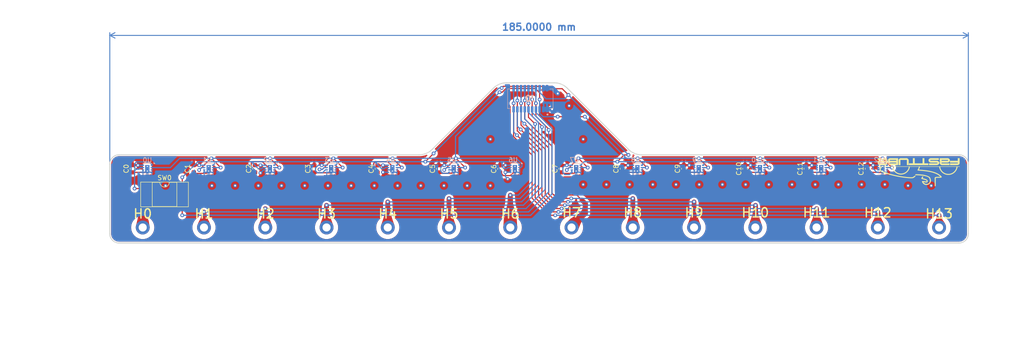
<source format=kicad_pcb>
(kicad_pcb
	(version 20240108)
	(generator "pcbnew")
	(generator_version "8.0")
	(general
		(thickness 1.6)
		(legacy_teardrops no)
	)
	(paper "A4")
	(layers
		(0 "F.Cu" signal)
		(31 "B.Cu" signal)
		(32 "B.Adhes" user "B.Adhesive")
		(33 "F.Adhes" user "F.Adhesive")
		(34 "B.Paste" user)
		(35 "F.Paste" user)
		(36 "B.SilkS" user "B.Silkscreen")
		(37 "F.SilkS" user "F.Silkscreen")
		(38 "B.Mask" user)
		(39 "F.Mask" user)
		(40 "Dwgs.User" user "User.Drawings")
		(41 "Cmts.User" user "User.Comments")
		(42 "Eco1.User" user "User.Eco1")
		(43 "Eco2.User" user "User.Eco2")
		(44 "Edge.Cuts" user)
		(45 "Margin" user)
		(46 "B.CrtYd" user "B.Courtyard")
		(47 "F.CrtYd" user "F.Courtyard")
		(48 "B.Fab" user)
		(49 "F.Fab" user)
		(50 "User.1" user)
		(51 "User.2" user)
		(52 "User.3" user)
		(53 "User.4" user)
		(54 "User.5" user)
		(55 "User.6" user)
		(56 "User.7" user)
		(57 "User.8" user)
		(58 "User.9" user)
	)
	(setup
		(stackup
			(layer "F.SilkS"
				(type "Top Silk Screen")
			)
			(layer "F.Paste"
				(type "Top Solder Paste")
			)
			(layer "F.Mask"
				(type "Top Solder Mask")
				(thickness 0.01)
			)
			(layer "F.Cu"
				(type "copper")
				(thickness 0.035)
			)
			(layer "dielectric 1"
				(type "core")
				(thickness 1.51)
				(material "FR4")
				(epsilon_r 4.5)
				(loss_tangent 0.02)
			)
			(layer "B.Cu"
				(type "copper")
				(thickness 0.035)
			)
			(layer "B.Mask"
				(type "Bottom Solder Mask")
				(thickness 0.01)
			)
			(layer "B.Paste"
				(type "Bottom Solder Paste")
			)
			(layer "B.SilkS"
				(type "Bottom Silk Screen")
			)
			(copper_finish "None")
			(dielectric_constraints no)
		)
		(pad_to_mask_clearance 0)
		(allow_soldermask_bridges_in_footprints no)
		(pcbplotparams
			(layerselection 0x00010fc_ffffffff)
			(plot_on_all_layers_selection 0x0000000_00000000)
			(disableapertmacros no)
			(usegerberextensions no)
			(usegerberattributes yes)
			(usegerberadvancedattributes yes)
			(creategerberjobfile yes)
			(dashed_line_dash_ratio 12.000000)
			(dashed_line_gap_ratio 3.000000)
			(svgprecision 4)
			(plotframeref no)
			(viasonmask no)
			(mode 1)
			(useauxorigin yes)
			(hpglpennumber 1)
			(hpglpenspeed 20)
			(hpglpendiameter 15.000000)
			(pdf_front_fp_property_popups yes)
			(pdf_back_fp_property_popups yes)
			(dxfpolygonmode yes)
			(dxfimperialunits yes)
			(dxfusepcbnewfont yes)
			(psnegative no)
			(psa4output no)
			(plotreference yes)
			(plotvalue yes)
			(plotfptext yes)
			(plotinvisibletext no)
			(sketchpadsonfab no)
			(subtractmaskfromsilk no)
			(outputformat 1)
			(mirror no)
			(drillshape 0)
			(scaleselection 1)
			(outputdirectory "./gerber")
		)
	)
	(net 0 "")
	(net 1 "GND")
	(net 2 "unconnected-(U3-ALERT-Pad3)")
	(net 3 "/SDA")
	(net 4 "+3V3")
	(net 5 "/SCL")
	(net 6 "unconnected-(U6-ALERT-Pad3)")
	(net 7 "unconnected-(U7-ALERT-Pad3)")
	(net 8 "unconnected-(U1-ALERT-Pad3)")
	(net 9 "unconnected-(U2-ALERT-Pad3)")
	(net 10 "unconnected-(U4-ALERT-Pad3)")
	(net 11 "unconnected-(U5-ALERT-Pad3)")
	(net 12 "unconnected-(U8-ALERT-Pad3)")
	(net 13 "unconnected-(U9-ALERT-Pad3)")
	(net 14 "unconnected-(U10-ALERT-Pad3)")
	(net 15 "unconnected-(U11-ALERT-Pad3)")
	(net 16 "unconnected-(U12-ALERT-Pad3)")
	(net 17 "Net-(J0-Pin_13)")
	(net 18 "Net-(J0-Pin_8)")
	(net 19 "Net-(J0-Pin_17)")
	(net 20 "Net-(J0-Pin_7)")
	(net 21 "Net-(J0-Pin_15)")
	(net 22 "Net-(J0-Pin_20)")
	(net 23 "Net-(J0-Pin_12)")
	(net 24 "Net-(J0-Pin_9)")
	(net 25 "Net-(J0-Pin_11)")
	(net 26 "Net-(J0-Pin_10)")
	(net 27 "Net-(J0-Pin_14)")
	(net 28 "Net-(J0-Pin_16)")
	(net 29 "Net-(J0-Pin_19)")
	(net 30 "Net-(J0-Pin_18)")
	(net 31 "unconnected-(U0-ALERT-Pad3)")
	(net 32 "Net-(H0-Pad1)")
	(net 33 "/SDA_SW")
	(footprint "Capacitor_SMD:C_0603_1608Metric" (layer "F.Cu") (at 76.09 91.36 -90))
	(footprint "Capacitor_SMD:C_0603_1608Metric" (layer "F.Cu") (at 102.06 91.39 -90))
	(footprint "Capacitor_SMD:C_0603_1608Metric" (layer "F.Cu") (at 115.68 91.4 -90))
	(footprint "Capacitor_SMD:C_0603_1608Metric" (layer "F.Cu") (at 89.29 91.36 -90))
	(footprint "Capacitor_SMD:C_0603_1608Metric" (layer "F.Cu") (at 155.29 91.36 -90))
	(footprint "Capacitor_SMD:C_0603_1608Metric" (layer "F.Cu") (at 128.88 91.375 -90))
	(footprint "Capacitor_SMD:C_0603_1608Metric" (layer "F.Cu") (at 194.89 91.36 -90))
	(footprint "Package_DIP:DIP-4_W7.62mm_SMDSocket_SmallPads" (layer "F.Cu") (at 69.79 96.9))
	(footprint "Capacitor_SMD:C_0603_1608Metric" (layer "F.Cu") (at 142.08 91.4 -90))
	(footprint "Capacitor_SMD:C_0603_1608Metric" (layer "F.Cu") (at 208.09 91.36 -90))
	(footprint "Capacitor_SMD:C_0603_1608Metric" (layer "F.Cu") (at 62.89 91.36 -90))
	(footprint "Capacitor_SMD:C_0603_1608Metric" (layer "F.Cu") (at 221.29 91.36 -90))
	(footprint "FaSTTUBe_logos:FTLogo_small" (layer "F.Cu") (at 232.3 92.1 180))
	(footprint "Capacitor_SMD:C_0603_1608Metric" (layer "F.Cu") (at 181.69 91.36 -90))
	(footprint "Capacitor_SMD:C_0603_1608Metric" (layer "F.Cu") (at 168.49 91.36 -90))
	(footprint "Package_SON:WSON-8-1EP_2x2mm_P0.5mm_EP0.9x1.6mm_ThermalVias" (layer "B.Cu") (at 158.49 91.36 180))
	(footprint "MV_Abnehmerplatine:0921-1-15-20-75-14-11-0" (layer "B.Cu") (at 170.690002 104.015 180))
	(footprint "Package_SON:WSON-8-1EP_2x2mm_P0.5mm_EP0.9x1.6mm_ThermalVias" (layer "B.Cu") (at 105.69 91.36 180))
	(footprint "MV_Abnehmerplatine:0921-1-15-20-75-14-11-0" (layer "B.Cu") (at 117.89 104.015001 180))
	(footprint "MV_Abnehmerplatine:0921-1-15-20-75-14-11-0" (layer "B.Cu") (at 78.29 104.02 180))
	(footprint "Package_SON:WSON-8-1EP_2x2mm_P0.5mm_EP0.9x1.6mm_ThermalVias" (layer "B.Cu") (at 92.49 91.36 180))
	(footprint "Package_SON:WSON-8-1EP_2x2mm_P0.5mm_EP0.9x1.6mm_ThermalVias" (layer "B.Cu") (at 198.09 91.36 180))
	(footprint "MV_Abnehmerplatine:533092070" (layer "B.Cu") (at 148.61 76.27))
	(footprint "Package_SON:WSON-8-1EP_2x2mm_P0.5mm_EP0.9x1.6mm_ThermalVias" (layer "B.Cu") (at 118.89 91.36 180))
	(footprint "MV_Abnehmerplatine:0921-1-15-20-75-14-11-0" (layer "B.Cu") (at 65.09 104.02 180))
	(footprint "Package_SON:WSON-8-1EP_2x2mm_P0.5mm_EP0.9x1.6mm_ThermalVias" (layer "B.Cu") (at 145.29 91.36 180))
	(footprint "MV_Abnehmerplatine:0921-1-15-20-75-14-11-0" (layer "B.Cu") (at 197.090002 104.015 180))
	(footprint "MV_Abnehmerplatine:0921-1-15-20-75-14-11-0" (layer "B.Cu") (at 104.7 104.015 180))
	(footprint "Package_SON:WSON-8-1EP_2x2mm_P0.5mm_EP0.9x1.6mm_ThermalVias" (layer "B.Cu") (at 79.29 91.36 180))
	(footprint "MV_Abnehmerplatine:0921-1-15-20-75-14-11-0" (layer "B.Cu") (at 210.29 104.015 180))
	(footprint "Package_SON:WSON-8-1EP_2x2mm_P0.5mm_EP0.9x1.6mm_ThermalVias" (layer "B.Cu") (at 224.49 91.36 180))
	(footprint "Package_SON:WSON-8-1EP_2x2mm_P0.5mm_EP0.9x1.6mm_ThermalVias"
		(layer "B.Cu")
		(uuid "a29e1e97-8de6-4910-a285-e841f4c08e2d")
		(at 171.69 91.36 180)
		(descr "8-Lead Plastic WSON, 2x2mm Body, 0.5mm Pitch, WSON-8, http://www.ti.com/lit/ds/symlink/lm27761.pdf")
		(tags "WSON 8 1EP ThermalVias")
		(property "Reference" "U8"
			(at 0.38 1.9 180)
			(layer "B.SilkS")
			(uuid "cb31b50b-e530-4cd7-8471-a747e95e0
... [531921 chars truncated]
</source>
